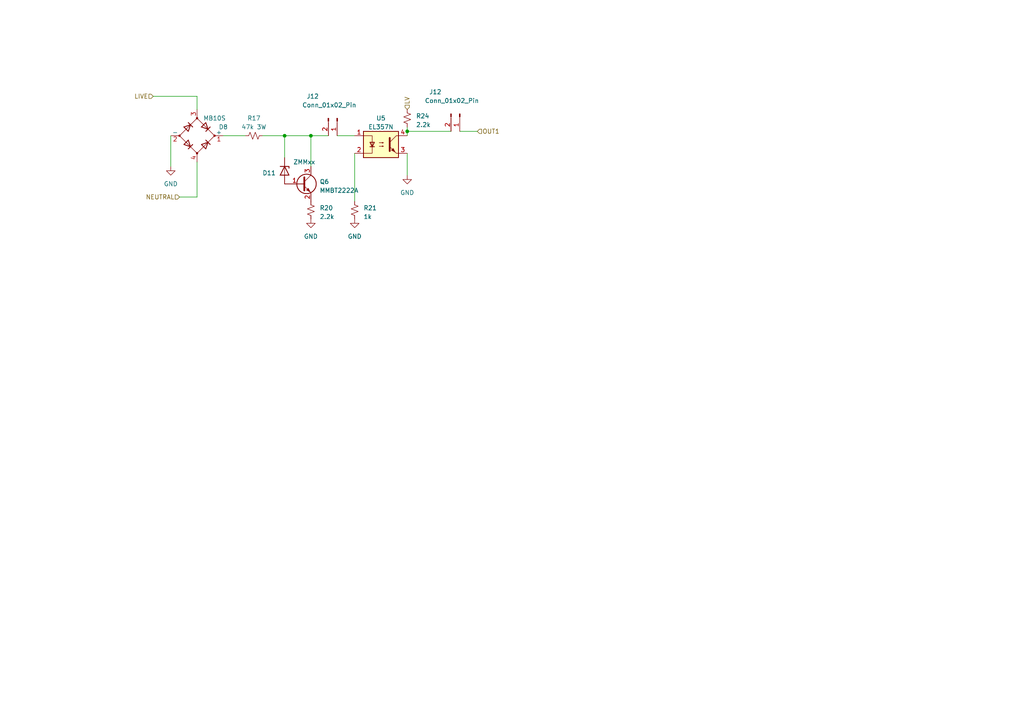
<source format=kicad_sch>
(kicad_sch (version 20230121) (generator eeschema)
  (paper "A4")
  (lib_symbols
    (symbol "Connector:Conn_01x02_Pin" (pin_names (offset 1.016) hide)
      (property "Reference" "J" (at 0 2.54 0))
      (property "Value" "Conn_01x02_Pin" (at 0 -5.08 0))
      (symbol "Conn_01x02_Pin_1_1"
        (polyline (pts (xy 1.27 -2.54) (xy 0.8636 -2.54)) (stroke (width 0.1524)))
        (polyline (pts (xy 1.27 0) (xy 0.8636 0)) (stroke (width 0.1524)))
        (rectangle (start 0.8636 -2.413) (end 0 -2.667) (stroke (width 0.1524)) (fill (type outline)))
        (rectangle (start 0.8636 0.127) (end 0 -0.127) (stroke (width 0.1524)) (fill (type outline)))
        (pin passive line (at 5.08 0 180) (length 3.81) (name "Pin_1") (number "1"))
        (pin passive line (at 5.08 -2.54 180) (length 3.81) (name "Pin_2") (number "2"))
      )
    )
    (symbol "Device:D_Bridge_+-AA" (pin_names (offset 0))
      (property "Reference" "D" (at 2.54 6.985 0))
      (property "Value" "D_Bridge_+-AA" (at 2.54 5.08 0))
      (symbol "D_Bridge_+-AA_0_1"
        (circle (center -5.08 0) (radius 0.254) (fill (type outline)))
        (circle (center 0 -5.08) (radius 0.254) (fill (type outline)))
        (polyline (pts (xy -2.54 3.81) (xy -1.27 2.54)) (stroke (width 0.254)))
        (polyline (pts (xy -1.27 -2.54) (xy -2.54 -3.81)) (stroke (width 0.254)))
        (polyline (pts (xy 2.54 -1.27) (xy 3.81 -2.54)) (stroke (width 0.254)))
        (polyline (pts (xy 2.54 1.27) (xy 3.81 2.54)) (stroke (width 0.254)))
        (polyline (pts (xy -3.81 2.54) (xy -2.54 1.27) (xy -1.905 3.175) (xy -3.81 2.54)) (stroke (width 0.254)))
        (polyline (pts (xy -2.54 -1.27) (xy -3.81 -2.54) (xy -1.905 -3.175) (xy -2.54 -1.27)) (stroke (width 0.254)))
        (polyline (pts (xy 1.27 2.54) (xy 2.54 3.81) (xy 3.175 1.905) (xy 1.27 2.54)) (stroke (width 0.254)))
        (polyline (pts (xy 3.175 -1.905) (xy 1.27 -2.54) (xy 2.54 -3.81) (xy 3.175 -1.905)) (stroke (width 0.254)))
        (polyline (pts (xy -5.08 0) (xy 0 -5.08) (xy 5.08 0) (xy 0 5.08) (xy -5.08 0)))
        (circle (center 0 5.08) (radius 0.254) (fill (type outline)))
        (circle (center 5.08 0) (radius 0.254) (fill (type outline)))
      )
      (symbol "D_Bridge_+-AA_1_1"
        (pin passive line (at 7.62 0 180) (length 2.54) (name "+") (number "1"))
        (pin passive line (at -7.62 0 0) (length 2.54) (name "-") (number "2"))
        (pin passive line (at 0 7.62 270) (length 2.54) (name "~") (number "3"))
        (pin passive line (at 0 -7.62 90) (length 2.54) (name "~") (number "4"))
      )
    )
    (symbol "Device:R_Small_US" (pin_numbers hide) (pin_names (offset 0.254) hide)
      (property "Reference" "R" (at 0.762 0.508 0))
      (property "Value" "R_Small_US" (at 0.762 -1.016 0))
      (symbol "R_Small_US_1_1"
        (polyline (pts (xy 0 0) (xy 1.016 -0.381) (xy 0 -0.762) (xy -1.016 -1.143) (xy 0 -1.524)))
        (polyline (pts (xy 0 1.524) (xy 1.016 1.143) (xy 0 0.762) (xy -1.016 0.381) (xy 0 0)))
        (pin passive line (at 0 2.54 270) (length 1.016) (name "~") (number "1"))
        (pin passive line (at 0 -2.54 90) (length 1.016) (name "~") (number "2"))
      )
    )
    (symbol "Diode:ZMMxx" (pin_numbers hide) (pin_names hide)
      (property "Reference" "D" (at 0 2.54 0))
      (property "Value" "ZMMxx" (at 0 -2.54 0))
      (symbol "ZMMxx_0_1"
        (polyline (pts (xy 1.27 0) (xy -1.27 0)))
        (polyline (pts (xy -1.27 -1.27) (xy -1.27 1.27) (xy -0.762 1.27)) (stroke (width 0.254)))
        (polyline (pts (xy 1.27 -1.27) (xy 1.27 1.27) (xy -1.27 0) (xy 1.27 -1.27)) (stroke (width 0.254)))
      )
      (symbol "ZMMxx_1_1"
        (pin passive line (at -3.81 0 0) (length 2.54) (name "K") (number "1"))
        (pin passive line (at 3.81 0 180) (length 2.54) (name "A") (number "2"))
      )
    )
    (symbol "Isolator:LTV-817M" (pin_names (offset 1.016))
      (property "Reference" "U" (at -3.81 5.08 0))
      (property "Value" "LTV-817M" (at 0 -5.08 0))
      (symbol "LTV-817M_1_1"
        (rectangle (start -5.08 3.81) (end 5.08 -3.81) (stroke (width 0.254)) (fill (type background)))
        (polyline (pts (xy -3.175 -0.635) (xy -1.905 -0.635)) (stroke (width 0.254)))
        (polyline (pts (xy 2.54 0.635) (xy 4.445 2.54)))
        (polyline (pts (xy 4.445 -2.54) (xy 2.54 -0.635)) (fill (type outline)))
        (polyline (pts (xy 4.445 -2.54) (xy 5.08 -2.54)))
        (polyline (pts (xy 4.445 2.54) (xy 5.08 2.54)))
        (polyline (pts (xy -5.08 2.54) (xy -2.54 2.54) (xy -2.54 -0.762)))
        (polyline (pts (xy -2.54 -0.635) (xy -2.54 -2.54) (xy -5.08 -2.54)))
        (polyline (pts (xy 2.54 1.905) (xy 2.54 -1.905) (xy 2.54 -1.905)) (stroke (width 0.508)))
        (polyline (pts (xy -2.54 -0.635) (xy -3.175 0.635) (xy -1.905 0.635) (xy -2.54 -0.635)) (stroke (width 0.254)))
        (polyline (pts (xy -0.508 -0.508) (xy 0.762 -0.508) (xy 0.381 -0.635) (xy 0.381 -0.381) (xy 0.762 -0.508)))
        (polyline (pts (xy -0.508 0.508) (xy 0.762 0.508) (xy 0.381 0.381) (xy 0.381 0.635) (xy 0.762 0.508)))
        (polyline (pts (xy 3.048 -1.651) (xy 3.556 -1.143) (xy 4.064 -2.159) (xy 3.048 -1.651) (xy 3.048 -1.651)) (fill (type outline)))
        (pin passive line (at -7.62 2.54 0) (length 2.54) (name "~") (number "1"))
        (pin passive line (at -7.62 -2.54 0) (length 2.54) (name "~") (number "2"))
        (pin passive line (at 7.62 -2.54 180) (length 2.54) (name "~") (number "3"))
        (pin passive line (at 7.62 2.54 180) (length 2.54) (name "~") (number "4"))
      )
    )
    (symbol "Transistor_BJT:MMBT3904" (pin_names (offset 0) hide)
      (property "Reference" "Q" (at 5.08 1.905 0))
      (property "Value" "MMBT3904" (at 5.08 0 0))
      (symbol "MMBT3904_0_1"
        (polyline (pts (xy 0.635 0.635) (xy 2.54 2.54)))
        (polyline (pts (xy 0.635 -0.635) (xy 2.54 -2.54) (xy 2.54 -2.54)))
        (polyline (pts (xy 0.635 1.905) (xy 0.635 -1.905) (xy 0.635 -1.905)) (stroke (width 0.508)))
        (polyline (pts (xy 1.27 -1.778) (xy 1.778 -1.27) (xy 2.286 -2.286) (xy 1.27 -1.778) (xy 1.27 -1.778)) (fill (type outline)))
        (circle (center 1.27 0) (radius 2.8194) (stroke (width 0.254)))
      )
      (symbol "MMBT3904_1_1"
        (pin input line (at -5.08 0 0) (length 5.715) (name "B") (number "1"))
        (pin passive line (at 2.54 -5.08 90) (length 2.54) (name "E") (number "2"))
        (pin passive line (at 2.54 5.08 270) (length 2.54) (name "C") (number "3"))
      )
    )
    (symbol "power:GND" (power) (pin_names (offset 0))
      (property "Value" "GND" (at 0 -3.81 0))
      (symbol "GND_0_1"
        (polyline (pts (xy 0 0) (xy 0 -1.27) (xy 1.27 -1.27) (xy 0 -2.54) (xy -1.27 -1.27) (xy 0 -1.27)))
      )
      (symbol "GND_1_1"
        (pin power_in line (at 0 0 270) (length 0) hide (name "GND") (number "1"))
      )
    )
  )
  (junction (at 82.55 39.37))
  (junction (at 118.11 38.1))
  (junction (at 90.17 39.37))
  (wire (pts (xy 57.15 27.94) (xy 57.15 31.75)))
  (wire (pts (xy 64.77 39.37) (xy 71.12 39.37)))
  (wire (pts (xy 90.17 39.37) (xy 95.25 39.37)))
  (wire (pts (xy 82.55 39.37) (xy 82.55 45.72)))
  (wire (pts (xy 118.11 36.83) (xy 118.11 38.1)))
  (wire (pts (xy 118.11 50.8) (xy 118.11 44.45)))
  (wire (pts (xy 90.17 39.37) (xy 82.55 39.37)))
  (wire (pts (xy 118.11 38.1) (xy 118.11 39.37)))
  (wire (pts (xy 130.81 38.1) (xy 118.11 38.1)))
  (wire (pts (xy 49.53 48.26) (xy 49.53 39.37)))
  (wire (pts (xy 82.55 39.37) (xy 76.2 39.37)))
  (wire (pts (xy 102.87 58.42) (xy 102.87 44.45)))
  (wire (pts (xy 57.15 57.15) (xy 57.15 46.99)))
  (wire (pts (xy 97.79 39.37) (xy 102.87 39.37)))
  (wire (pts (xy 138.43 38.1) (xy 133.35 38.1)))
  (wire (pts (xy 52.07 57.15) (xy 57.15 57.15)))
  (wire (pts (xy 90.17 48.26) (xy 90.17 39.37)))
  (wire (pts (xy 44.45 27.94) (xy 57.15 27.94)))
  (hierarchical_label "NEUTRAL" (shape input) (at 52.07 57.15 180))
  (hierarchical_label "LIVE" (shape input) (at 44.45 27.94 180))
  (hierarchical_label "LV" (shape input) (at 118.11 31.75 90))
  (hierarchical_label "OUT1" (shape input) (at 138.43 38.1 0))
  (symbol (lib_id "Device:R_Small_US") (at 118.11 34.29 180) (unit 1)
    (property "Reference" "R24" (at 120.65 33.655 0) (effects (justify right)))
    (property "Value" "2.2k" (at 120.65 36.195 0) (effects (justify right)))
    (property "Footprint" "Resistor_SMD:R_0603_1608Metric" (effects hide))
    (property "LCSC" "C4190" (effects hide))
  )
  (symbol (lib_id "Device:D_Bridge_+-AA") (at 57.15 39.37 0) (unit 1)
    (property "Reference" "D8" (at 64.77 36.83 0))
    (property "Value" "MB10S" (at 62.23 34.29 0))
    (property "Footprint" "Custom:MBS_L4.7-W3.8-P2.40-LS7.0-TL" (effects hide))
    (property "LCSC" "C2488" (effects hide))
  )
  (symbol (lib_id "Isolator:LTV-817M") (at 110.49 41.91 0) (unit 1)
    (property "Reference" "U5" (at 110.49 34.29 0))
    (property "Value" "EL357N" (at 110.49 36.83 0))
    (property "Footprint" "Package_SO:SOP-4_3.8x4.1mm_P2.54mm" (effects hide))
    (property "Datasheet" "http://www.us.liteon.com/downloads/LTV-817-827-847.PDF" (effects hide))
    (property "LCSC" "C29981" (effects hide))
  )
  (symbol (lib_id "Device:R_Small_US") (at 102.87 60.96 180) (unit 1)
    (property "Reference" "R21" (at 105.41 60.325 0) (effects (justify right)))
    (property "Value" "1k" (at 105.41 62.865 0) (effects (justify right)))
    (property "Footprint" "Resistor_SMD:R_0603_1608Metric" (effects hide))
    (property "LCSC" "C21190" (effects hide))
  )
  (symbol (lib_id "Connector:Conn_01x02_Pin") (at 97.79 34.29 270) (unit 1)
    (property "Reference" "J12" (at 88.9 27.94 90) (effects (justify left)))
    (property "Value" "Conn_01x02_Pin" (at 87.63 30.48 90) (effects (justify left)))
    (property "Footprint" "Connector_PinHeader_2.54mm:PinHeader_1x02_P2.54mm_Vertical" (effects hide))
    (instances (project "LAS_V2" (path "" (reference "J12") (unit 1)) (path "" (reference "J14") (unit 1))))
  )
  (symbol (lib_id "Diode:ZMMxx") (at 82.55 49.53 270) (unit 1)
    (property "Reference" "D11" (at 80.01 50.165 90) (effects (justify right)))
    (property "Value" "ZMMxx" (at 91.44 46.99 90) (effects (justify right)))
    (property "Footprint" "Diode_SMD:D_MiniMELF" (effects hide))
    (property "Datasheet" "https://diotec.com/tl_files/diotec/files/pdf/datasheets/zmm1.pdf" (effects hide))
    (property "LCSC" "C8062" (effects hide))
  )
  (symbol (lib_id "power:GND") (at 90.17 63.5 0) (unit 1)
    (property "Reference" "#PWR029" (effects hide))
    (property "Value" "GND" (at 90.17 68.58 0))
  )
  (symbol (lib_id "Device:R_Small_US") (at 73.66 39.37 90) (unit 1)
    (property "Reference" "R17" (at 73.66 34.29 90))
    (property "Value" "47k 3W" (at 73.66 36.83 90))
    (property "Footprint" "Resistor_THT:R_Axial_DIN0617_L17.0mm_D6.0mm_P20.32mm_Horizontal" (effects hide))
    (property "LCSC" "C714661" (effects hide))
  )
  (symbol (lib_id "Device:R_Small_US") (at 90.17 60.96 180) (unit 1)
    (property "Reference" "R20" (at 92.71 60.325 0) (effects (justify right)))
    (property "Value" "2.2k" (at 92.71 62.865 0) (effects (justify right)))
    (property "Footprint" "Resistor_SMD:R_0603_1608Metric" (effects hide))
    (property "LCSC" "C4190" (effects hide))
  )
  (symbol (lib_id "power:GND") (at 102.87 63.5 0) (unit 1)
    (property "Reference" "#PWR031" (effects hide))
    (property "Value" "GND" (at 102.87 68.58 0))
  )
  (symbol (lib_id "Transistor_BJT:MMBT3904") (at 87.63 53.34 0) (unit 1)
    (property "Reference" "Q6" (at 92.71 52.705 0) (effects (justify left)))
    (property "Value" "MMBT2222A" (at 92.71 55.245 0) (effects (justify left)))
    (property "Footprint" "Package_TO_SOT_SMD:SOT-23" (effects hide))
    (property "Datasheet" "https://www.onsemi.com/pub/Collateral/2N3903-D.PDF" (effects hide))
    (property "LCSC" "C8512" (effects hide))
    (instances (project "LAS_V2" (path "" (reference "Q6") (unit 1)) (path "" (reference "Q4") (unit 1))))
  )
  (symbol (lib_id "Connector:Conn_01x02_Pin") (at 133.35 33.02 270) (unit 1)
    (property "Reference" "J12" (at 124.46 26.67 90) (effects (justify left)))
    (property "Value" "Conn_01x02_Pin" (at 123.19 29.21 90) (effects (justify left)))
    (property "Footprint" "Connector_PinHeader_2.54mm:PinHeader_1x02_P2.54mm_Vertical" (effects hide))
    (instances (project "LAS_V2" (path "" (reference "J12") (unit 1)) (path "" (reference "J13") (unit 1))))
  )
  (symbol (lib_id "power:GND") (at 49.53 48.26 0) (unit 1)
    (property "Reference" "#PWR026" (effects hide))
    (property "Value" "GND" (at 49.53 53.34 0))
  )
  (symbol (lib_id "power:GND") (at 118.11 50.8 0) (unit 1)
    (property "Reference" "#PWR033" (effects hide))
    (property "Value" "GND" (at 118.11 55.88 0))
  )
)
</source>
